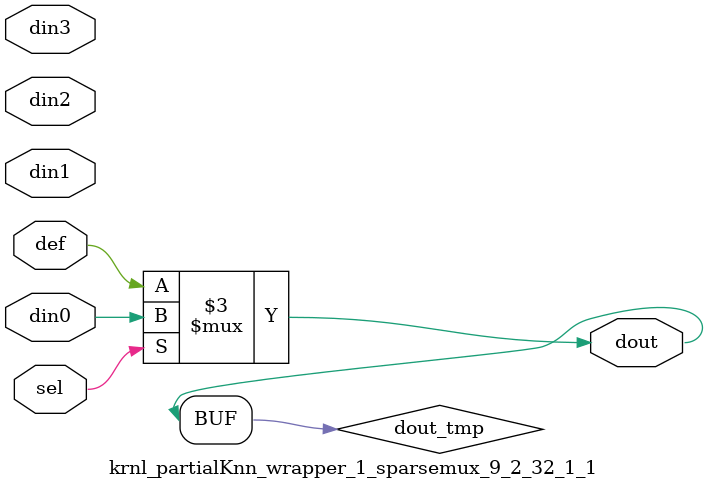
<source format=v>
`timescale 1 ns / 1 ps
module krnl_partialKnn_wrapper_1_sparsemux_9_2_32_1_1 (din0,din1,din2,din3,def,sel,dout);
parameter din0_WIDTH = 1;
parameter din1_WIDTH = 1;
parameter din2_WIDTH = 1;
parameter din3_WIDTH = 1;
parameter def_WIDTH = 1;
parameter sel_WIDTH = 1;
parameter dout_WIDTH = 1;
parameter [sel_WIDTH-1:0] CASE0 = 1;
parameter [sel_WIDTH-1:0] CASE1 = 1;
parameter [sel_WIDTH-1:0] CASE2 = 1;
parameter [sel_WIDTH-1:0] CASE3 = 1;
parameter ID = 1;
parameter NUM_STAGE = 1;
input [din0_WIDTH-1:0] din0;
input [din1_WIDTH-1:0] din1;
input [din2_WIDTH-1:0] din2;
input [din3_WIDTH-1:0] din3;
input [def_WIDTH-1:0] def;
input [sel_WIDTH-1:0] sel;
output [dout_WIDTH-1:0] dout;
reg [dout_WIDTH-1:0] dout_tmp;
always @ (*) begin
case (sel)
    
    CASE0 : dout_tmp = din0;
    
    CASE1 : dout_tmp = din1;
    
    CASE2 : dout_tmp = din2;
    
    CASE3 : dout_tmp = din3;
    
    default : dout_tmp = def;
endcase
end
assign dout = dout_tmp;
endmodule
</source>
